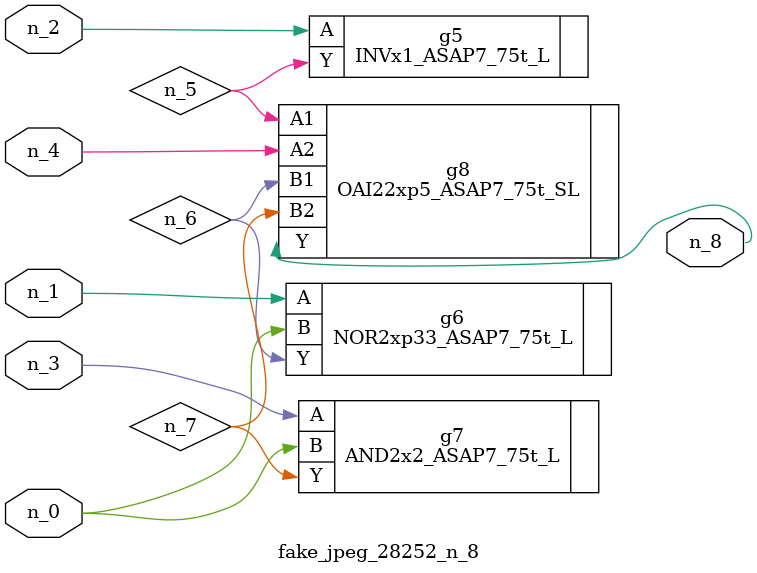
<source format=v>
module fake_jpeg_28252_n_8 (n_3, n_2, n_1, n_0, n_4, n_8);

input n_3;
input n_2;
input n_1;
input n_0;
input n_4;

output n_8;

wire n_6;
wire n_5;
wire n_7;

INVx1_ASAP7_75t_L g5 ( 
.A(n_2),
.Y(n_5)
);

NOR2xp33_ASAP7_75t_L g6 ( 
.A(n_1),
.B(n_0),
.Y(n_6)
);

AND2x2_ASAP7_75t_L g7 ( 
.A(n_3),
.B(n_0),
.Y(n_7)
);

OAI22xp5_ASAP7_75t_SL g8 ( 
.A1(n_5),
.A2(n_4),
.B1(n_6),
.B2(n_7),
.Y(n_8)
);


endmodule
</source>
